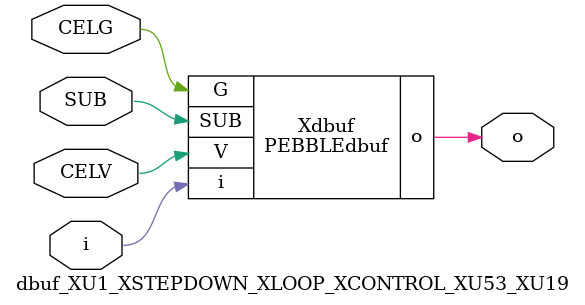
<source format=v>



module PEBBLEdbuf ( o, G, SUB, V, i );

  input V;
  input i;
  input G;
  output o;
  input SUB;
endmodule

//Celera Confidential Do Not Copy dbuf_XU1_XSTEPDOWN_XLOOP_XCONTROL_XU53_XU19
//Celera Confidential Symbol Generator
//Digital Buffer
module dbuf_XU1_XSTEPDOWN_XLOOP_XCONTROL_XU53_XU19 (CELV,CELG,i,o,SUB);
input CELV;
input CELG;
input i;
input SUB;
output o;

//Celera Confidential Do Not Copy dbuf
PEBBLEdbuf Xdbuf(
.V (CELV),
.i (i),
.o (o),
.SUB (SUB),
.G (CELG)
);
//,diesize,PEBBLEdbuf

//Celera Confidential Do Not Copy Module End
//Celera Schematic Generator
endmodule

</source>
